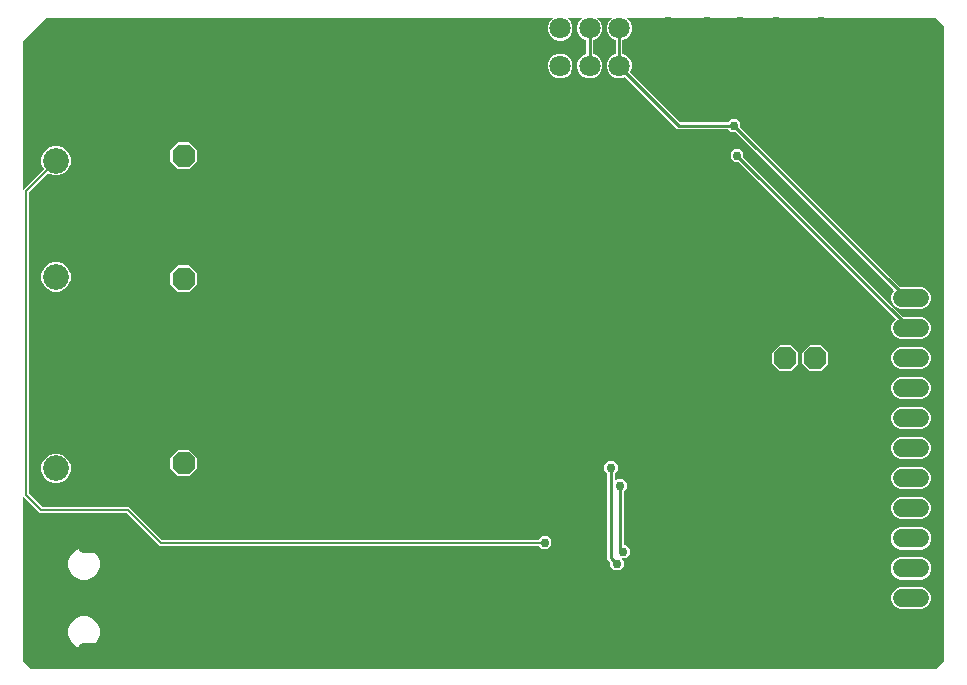
<source format=gbr>
G04 EAGLE Gerber RS-274X export*
G75*
%MOMM*%
%FSLAX34Y34*%
%LPD*%
%INBottom Copper*%
%IPPOS*%
%AMOC8*
5,1,8,0,0,1.08239X$1,22.5*%
G01*
%ADD10C,2.184400*%
%ADD11P,2.089446X8X22.500000*%
%ADD12P,2.089446X8X202.500000*%
%ADD13C,1.800000*%
%ADD14C,1.524000*%
%ADD15C,1.000000*%
%ADD16P,2.089446X8X292.500000*%
%ADD17C,0.756400*%
%ADD18C,0.508000*%
%ADD19C,0.200000*%
%ADD20C,0.254000*%

G36*
X783193Y10157D02*
X783193Y10157D01*
X783195Y10157D01*
X789943Y16905D01*
X789943Y16907D01*
X789944Y16907D01*
X789945Y16909D01*
X789945Y554591D01*
X789943Y554593D01*
X789943Y554595D01*
X783195Y561343D01*
X783193Y561343D01*
X783193Y561344D01*
X783191Y561345D01*
X520814Y561345D01*
X520812Y561344D01*
X520811Y561344D01*
X520810Y561342D01*
X520809Y561340D01*
X520810Y561339D01*
X520810Y561336D01*
X523738Y558409D01*
X525339Y554542D01*
X525339Y550358D01*
X523738Y546491D01*
X520779Y543532D01*
X517612Y542221D01*
X517611Y542217D01*
X517609Y542216D01*
X517609Y530684D01*
X517612Y530681D01*
X517612Y530679D01*
X520779Y529368D01*
X523738Y526409D01*
X525339Y522542D01*
X525339Y518358D01*
X524028Y515191D01*
X524028Y515190D01*
X524028Y515189D01*
X524029Y515189D01*
X524029Y515188D01*
X524029Y515186D01*
X566524Y472691D01*
X566526Y472690D01*
X566527Y472689D01*
X607430Y472689D01*
X607432Y472691D01*
X607434Y472691D01*
X609944Y475201D01*
X614336Y475201D01*
X617441Y472096D01*
X617441Y468545D01*
X617443Y468544D01*
X617443Y468542D01*
X752994Y332991D01*
X752996Y332990D01*
X752997Y332990D01*
X752997Y332989D01*
X771438Y332989D01*
X774797Y331598D01*
X777368Y329027D01*
X778759Y325668D01*
X778759Y322032D01*
X777368Y318673D01*
X774797Y316102D01*
X771438Y314711D01*
X752562Y314711D01*
X749203Y316102D01*
X746632Y318673D01*
X745241Y322032D01*
X745241Y325668D01*
X746632Y329027D01*
X747847Y330242D01*
X747847Y330248D01*
X747847Y330249D01*
X613498Y464597D01*
X613496Y464598D01*
X613495Y464599D01*
X609944Y464599D01*
X607434Y467109D01*
X607431Y467110D01*
X607430Y467111D01*
X564215Y467111D01*
X520084Y511241D01*
X520080Y511242D01*
X520079Y511242D01*
X516912Y509931D01*
X512728Y509931D01*
X508861Y511532D01*
X505902Y514491D01*
X504301Y518358D01*
X504301Y522542D01*
X505902Y526409D01*
X508861Y529368D01*
X512028Y530679D01*
X512029Y530683D01*
X512031Y530684D01*
X512031Y542216D01*
X512028Y542219D01*
X512028Y542221D01*
X508861Y543532D01*
X505902Y546491D01*
X504301Y550358D01*
X504301Y554542D01*
X505902Y558409D01*
X508830Y561336D01*
X508830Y561338D01*
X508831Y561339D01*
X508830Y561341D01*
X508830Y561343D01*
X508828Y561343D01*
X508826Y561345D01*
X495814Y561345D01*
X495812Y561344D01*
X495811Y561344D01*
X495810Y561342D01*
X495809Y561340D01*
X495810Y561339D01*
X495810Y561336D01*
X498738Y558409D01*
X500339Y554542D01*
X500339Y550358D01*
X498738Y546491D01*
X495779Y543532D01*
X492612Y542221D01*
X492611Y542217D01*
X492609Y542216D01*
X492609Y530684D01*
X492612Y530681D01*
X492612Y530679D01*
X495779Y529368D01*
X498738Y526409D01*
X500339Y522542D01*
X500339Y518358D01*
X498738Y514491D01*
X495779Y511532D01*
X491912Y509931D01*
X487728Y509931D01*
X483861Y511532D01*
X480902Y514491D01*
X479301Y518358D01*
X479301Y522542D01*
X480902Y526409D01*
X483861Y529368D01*
X487028Y530679D01*
X487029Y530683D01*
X487031Y530684D01*
X487031Y542216D01*
X487028Y542219D01*
X487028Y542221D01*
X483861Y543532D01*
X480902Y546491D01*
X479301Y550358D01*
X479301Y554542D01*
X480902Y558409D01*
X483830Y561336D01*
X483830Y561338D01*
X483831Y561339D01*
X483830Y561341D01*
X483830Y561343D01*
X483828Y561343D01*
X483826Y561345D01*
X470814Y561345D01*
X470812Y561344D01*
X470811Y561344D01*
X470810Y561342D01*
X470809Y561340D01*
X470810Y561339D01*
X470810Y561336D01*
X473738Y558409D01*
X475339Y554542D01*
X475339Y550358D01*
X473738Y546491D01*
X470779Y543532D01*
X466912Y541931D01*
X462728Y541931D01*
X458861Y543532D01*
X455902Y546491D01*
X454301Y550358D01*
X454301Y554542D01*
X455902Y558409D01*
X458830Y561336D01*
X458830Y561338D01*
X458831Y561339D01*
X458830Y561341D01*
X458830Y561343D01*
X458828Y561343D01*
X458826Y561345D01*
X29609Y561345D01*
X29607Y561343D01*
X29605Y561343D01*
X10157Y541895D01*
X10156Y541893D01*
X10155Y541892D01*
X10155Y541891D01*
X10155Y16909D01*
X10157Y16907D01*
X10157Y16905D01*
X16905Y10157D01*
X16907Y10156D01*
X16909Y10155D01*
X783191Y10155D01*
X783193Y10157D01*
G37*
%LPC*%
G36*
X449924Y111539D02*
X449924Y111539D01*
X447144Y114319D01*
X447141Y114319D01*
X447141Y114320D01*
X447140Y114321D01*
X125957Y114321D01*
X124479Y115798D01*
X98018Y142259D01*
X98016Y142260D01*
X98014Y142261D01*
X24357Y142261D01*
X11658Y154959D01*
X10181Y156437D01*
X10181Y415843D01*
X11658Y417321D01*
X27532Y433195D01*
X27532Y433198D01*
X27533Y433199D01*
X27533Y433200D01*
X25659Y437725D01*
X25659Y442675D01*
X27553Y447247D01*
X31053Y450747D01*
X35625Y452641D01*
X40575Y452641D01*
X45147Y450747D01*
X48647Y447247D01*
X50541Y442675D01*
X50541Y437725D01*
X48647Y433153D01*
X45147Y429653D01*
X40575Y427759D01*
X35625Y427759D01*
X31100Y429633D01*
X31097Y429632D01*
X31095Y429632D01*
X15221Y413758D01*
X15220Y413756D01*
X15219Y413754D01*
X15219Y158526D01*
X15221Y158524D01*
X15221Y158522D01*
X26442Y147301D01*
X26444Y147300D01*
X26446Y147299D01*
X100103Y147299D01*
X128042Y119361D01*
X128044Y119360D01*
X128046Y119359D01*
X447140Y119359D01*
X447142Y119361D01*
X447144Y119361D01*
X449924Y122141D01*
X454316Y122141D01*
X457421Y119036D01*
X457421Y114644D01*
X454316Y111539D01*
X449924Y111539D01*
G37*
%LPD*%
%LPC*%
G36*
X752562Y289311D02*
X752562Y289311D01*
X749203Y290702D01*
X746632Y293273D01*
X745241Y296632D01*
X745241Y300268D01*
X746632Y303627D01*
X749117Y306112D01*
X749117Y306118D01*
X749117Y306119D01*
X616038Y439197D01*
X616036Y439198D01*
X616035Y439199D01*
X612484Y439199D01*
X609379Y442304D01*
X609379Y446696D01*
X612484Y449801D01*
X616876Y449801D01*
X619981Y446696D01*
X619981Y443145D01*
X619983Y443144D01*
X619983Y443142D01*
X755534Y307591D01*
X755536Y307590D01*
X755537Y307590D01*
X755537Y307589D01*
X771438Y307589D01*
X774797Y306198D01*
X777368Y303627D01*
X778759Y300268D01*
X778759Y296632D01*
X777368Y293273D01*
X774797Y290702D01*
X771438Y289311D01*
X752562Y289311D01*
G37*
%LPD*%
%LPC*%
G36*
X510687Y93283D02*
X510687Y93283D01*
X507303Y96667D01*
X507303Y100217D01*
X507301Y100219D01*
X507301Y100221D01*
X504735Y102788D01*
X504735Y175433D01*
X504733Y175435D01*
X504733Y175436D01*
X502223Y177947D01*
X502223Y182733D01*
X505607Y186117D01*
X510393Y186117D01*
X513777Y182733D01*
X513777Y177947D01*
X511267Y175436D01*
X511266Y175434D01*
X511265Y175433D01*
X511265Y168927D01*
X511266Y168926D01*
X511266Y168924D01*
X511268Y168924D01*
X511270Y168922D01*
X511271Y168924D01*
X511274Y168924D01*
X513227Y170877D01*
X518013Y170877D01*
X521397Y167493D01*
X521397Y162707D01*
X518887Y160196D01*
X518886Y160194D01*
X518885Y160193D01*
X518885Y115002D01*
X518890Y114997D01*
X518890Y114998D01*
X518890Y114997D01*
X520553Y114997D01*
X523937Y111613D01*
X523937Y106827D01*
X520553Y103443D01*
X516879Y103443D01*
X516878Y103442D01*
X516876Y103442D01*
X516876Y103440D01*
X516874Y103438D01*
X516876Y103437D01*
X516876Y103434D01*
X518857Y101453D01*
X518857Y96667D01*
X515473Y93283D01*
X510687Y93283D01*
G37*
%LPD*%
%LPC*%
G36*
X752467Y111035D02*
X752467Y111035D01*
X748933Y112499D01*
X746229Y115203D01*
X744765Y118737D01*
X744765Y122563D01*
X746229Y126097D01*
X748933Y128801D01*
X752467Y130265D01*
X771533Y130265D01*
X775067Y128801D01*
X777771Y126097D01*
X779235Y122563D01*
X779235Y118737D01*
X777771Y115203D01*
X775067Y112499D01*
X771533Y111035D01*
X752467Y111035D01*
G37*
%LPD*%
%LPC*%
G36*
X752467Y85635D02*
X752467Y85635D01*
X748933Y87099D01*
X746229Y89803D01*
X744765Y93337D01*
X744765Y97163D01*
X746229Y100697D01*
X748933Y103401D01*
X752467Y104865D01*
X771533Y104865D01*
X775067Y103401D01*
X777771Y100697D01*
X779235Y97163D01*
X779235Y93337D01*
X777771Y89803D01*
X775067Y87099D01*
X771533Y85635D01*
X752467Y85635D01*
G37*
%LPD*%
%LPC*%
G36*
X59083Y85345D02*
X59083Y85345D01*
X54157Y87386D01*
X50386Y91157D01*
X48345Y96083D01*
X48345Y101417D01*
X50386Y106343D01*
X54157Y110114D01*
X59084Y112155D01*
X64416Y112155D01*
X69343Y110114D01*
X73114Y106343D01*
X75155Y101416D01*
X75155Y96084D01*
X73114Y91157D01*
X69343Y87386D01*
X64417Y85345D01*
X59083Y85345D01*
G37*
%LPD*%
%LPC*%
G36*
X59083Y27545D02*
X59083Y27545D01*
X54157Y29586D01*
X50386Y33357D01*
X48345Y38283D01*
X48345Y43617D01*
X50386Y48543D01*
X54157Y52314D01*
X59084Y54355D01*
X64416Y54355D01*
X69343Y52314D01*
X73114Y48543D01*
X75155Y43616D01*
X75155Y38284D01*
X73114Y33357D01*
X69343Y29586D01*
X64417Y27545D01*
X59083Y27545D01*
G37*
%LPD*%
%LPC*%
G36*
X752562Y263911D02*
X752562Y263911D01*
X749203Y265302D01*
X746632Y267873D01*
X745241Y271232D01*
X745241Y274868D01*
X746632Y278227D01*
X749203Y280798D01*
X752562Y282189D01*
X771438Y282189D01*
X774797Y280798D01*
X777368Y278227D01*
X778759Y274868D01*
X778759Y271232D01*
X777368Y267873D01*
X774797Y265302D01*
X771438Y263911D01*
X752562Y263911D01*
G37*
%LPD*%
%LPC*%
G36*
X752562Y238511D02*
X752562Y238511D01*
X749203Y239902D01*
X746632Y242473D01*
X745241Y245832D01*
X745241Y249468D01*
X746632Y252827D01*
X749203Y255398D01*
X752562Y256789D01*
X771438Y256789D01*
X774797Y255398D01*
X777368Y252827D01*
X778759Y249468D01*
X778759Y245832D01*
X777368Y242473D01*
X774797Y239902D01*
X771438Y238511D01*
X752562Y238511D01*
G37*
%LPD*%
%LPC*%
G36*
X752562Y213111D02*
X752562Y213111D01*
X749203Y214502D01*
X746632Y217073D01*
X745241Y220432D01*
X745241Y224068D01*
X746632Y227427D01*
X749203Y229998D01*
X752562Y231389D01*
X771438Y231389D01*
X774797Y229998D01*
X777368Y227427D01*
X778759Y224068D01*
X778759Y220432D01*
X777368Y217073D01*
X774797Y214502D01*
X771438Y213111D01*
X752562Y213111D01*
G37*
%LPD*%
%LPC*%
G36*
X752562Y187711D02*
X752562Y187711D01*
X749203Y189102D01*
X746632Y191673D01*
X745241Y195032D01*
X745241Y198668D01*
X746632Y202027D01*
X749203Y204598D01*
X752562Y205989D01*
X771438Y205989D01*
X774797Y204598D01*
X777368Y202027D01*
X778759Y198668D01*
X778759Y195032D01*
X777368Y191673D01*
X774797Y189102D01*
X771438Y187711D01*
X752562Y187711D01*
G37*
%LPD*%
%LPC*%
G36*
X752562Y162311D02*
X752562Y162311D01*
X749203Y163702D01*
X746632Y166273D01*
X745241Y169632D01*
X745241Y173268D01*
X746632Y176627D01*
X749203Y179198D01*
X752562Y180589D01*
X771438Y180589D01*
X774797Y179198D01*
X777368Y176627D01*
X778759Y173268D01*
X778759Y169632D01*
X777368Y166273D01*
X774797Y163702D01*
X771438Y162311D01*
X752562Y162311D01*
G37*
%LPD*%
%LPC*%
G36*
X752562Y60711D02*
X752562Y60711D01*
X749203Y62102D01*
X746632Y64673D01*
X745241Y68032D01*
X745241Y71668D01*
X746632Y75027D01*
X749203Y77598D01*
X752562Y78989D01*
X771438Y78989D01*
X774797Y77598D01*
X777368Y75027D01*
X778759Y71668D01*
X778759Y68032D01*
X777368Y64673D01*
X774797Y62102D01*
X771438Y60711D01*
X752562Y60711D01*
G37*
%LPD*%
%LPC*%
G36*
X752562Y136911D02*
X752562Y136911D01*
X749203Y138302D01*
X746632Y140873D01*
X745241Y144232D01*
X745241Y147868D01*
X746632Y151227D01*
X749203Y153798D01*
X752562Y155189D01*
X771438Y155189D01*
X774797Y153798D01*
X777368Y151227D01*
X778759Y147868D01*
X778759Y144232D01*
X777368Y140873D01*
X774797Y138302D01*
X771438Y136911D01*
X752562Y136911D01*
G37*
%LPD*%
%LPC*%
G36*
X35625Y329409D02*
X35625Y329409D01*
X31053Y331303D01*
X27553Y334803D01*
X25659Y339375D01*
X25659Y344325D01*
X27553Y348897D01*
X31053Y352397D01*
X35625Y354291D01*
X40575Y354291D01*
X45147Y352397D01*
X48647Y348897D01*
X50541Y344325D01*
X50541Y339375D01*
X48647Y334803D01*
X45147Y331303D01*
X40575Y329409D01*
X35625Y329409D01*
G37*
%LPD*%
%LPC*%
G36*
X35625Y167409D02*
X35625Y167409D01*
X31053Y169303D01*
X27553Y172803D01*
X25659Y177375D01*
X25659Y182325D01*
X27553Y186897D01*
X31053Y190397D01*
X35625Y192291D01*
X40575Y192291D01*
X45147Y190397D01*
X48647Y186897D01*
X50541Y182325D01*
X50541Y177375D01*
X48647Y172803D01*
X45147Y169303D01*
X40575Y167409D01*
X35625Y167409D01*
G37*
%LPD*%
%LPC*%
G36*
X141423Y433329D02*
X141423Y433329D01*
X134879Y439873D01*
X134879Y449127D01*
X141423Y455671D01*
X150677Y455671D01*
X157221Y449127D01*
X157221Y439873D01*
X150677Y433329D01*
X141423Y433329D01*
G37*
%LPD*%
%LPC*%
G36*
X141423Y329189D02*
X141423Y329189D01*
X134879Y335733D01*
X134879Y344987D01*
X141423Y351531D01*
X150677Y351531D01*
X157221Y344987D01*
X157221Y335733D01*
X150677Y329189D01*
X141423Y329189D01*
G37*
%LPD*%
%LPC*%
G36*
X676093Y261879D02*
X676093Y261879D01*
X669549Y268423D01*
X669549Y277677D01*
X676093Y284221D01*
X685347Y284221D01*
X691891Y277677D01*
X691891Y268423D01*
X685347Y261879D01*
X676093Y261879D01*
G37*
%LPD*%
%LPC*%
G36*
X650693Y261879D02*
X650693Y261879D01*
X644149Y268423D01*
X644149Y277677D01*
X650693Y284221D01*
X659947Y284221D01*
X666491Y277677D01*
X666491Y268423D01*
X659947Y261879D01*
X650693Y261879D01*
G37*
%LPD*%
%LPC*%
G36*
X141423Y172979D02*
X141423Y172979D01*
X134879Y179523D01*
X134879Y188777D01*
X141423Y195321D01*
X150677Y195321D01*
X157221Y188777D01*
X157221Y179523D01*
X150677Y172979D01*
X141423Y172979D01*
G37*
%LPD*%
%LPC*%
G36*
X462728Y509931D02*
X462728Y509931D01*
X458861Y511532D01*
X455902Y514491D01*
X454301Y518358D01*
X454301Y522542D01*
X455902Y526409D01*
X458861Y529368D01*
X462728Y530969D01*
X466912Y530969D01*
X470779Y529368D01*
X473738Y526409D01*
X475339Y522542D01*
X475339Y518358D01*
X473738Y514491D01*
X470779Y511532D01*
X466912Y509931D01*
X462728Y509931D01*
G37*
%LPD*%
D10*
X38100Y341850D03*
X38100Y306850D03*
D11*
X146050Y444500D03*
X146050Y469900D03*
D12*
X146050Y340360D03*
X146050Y314960D03*
D11*
X146050Y184150D03*
X146050Y209550D03*
D13*
X489820Y520450D03*
X489820Y552450D03*
X514820Y552450D03*
X464820Y552450D03*
X464820Y520450D03*
X514820Y520450D03*
D14*
X754380Y323850D02*
X769620Y323850D01*
X769620Y298450D02*
X754380Y298450D01*
X754380Y273050D02*
X769620Y273050D01*
X769620Y247650D02*
X754380Y247650D01*
X754380Y222250D02*
X769620Y222250D01*
X769620Y196850D02*
X754380Y196850D01*
X754380Y171450D02*
X769620Y171450D01*
X769620Y146050D02*
X754380Y146050D01*
X754380Y120650D02*
X769620Y120650D01*
X769620Y95250D02*
X754380Y95250D01*
X754380Y69850D02*
X769620Y69850D01*
X769620Y44450D02*
X754380Y44450D01*
D15*
X72550Y113050D02*
X61550Y113050D01*
X61550Y26650D02*
X72550Y26650D01*
X28250Y113050D02*
X22250Y113050D01*
X22250Y26650D02*
X28250Y26650D01*
D10*
X38100Y475200D03*
X38100Y440200D03*
X38100Y214850D03*
X38100Y179850D03*
D16*
X655320Y273050D03*
X680720Y273050D03*
D17*
X629920Y525780D03*
X411480Y518160D03*
X137160Y91440D03*
D18*
X137160Y43180D01*
X132080Y38100D02*
X129540Y38100D01*
D17*
X129540Y38100D03*
D18*
X132080Y38100D02*
X137160Y43180D01*
D17*
X132080Y497840D03*
X474980Y378460D03*
X474980Y363220D03*
X474980Y342900D03*
X490220Y332740D03*
X510540Y332740D03*
X515620Y353060D03*
X518160Y373380D03*
X495300Y391160D03*
X497840Y363220D03*
X508000Y223520D03*
X508000Y243840D03*
X485140Y254000D03*
X462280Y256540D03*
X459740Y223520D03*
X459740Y203200D03*
X490220Y203200D03*
X424180Y393700D03*
X424180Y337820D03*
X424180Y266700D03*
X426720Y190500D03*
X556260Y167640D03*
X553720Y254000D03*
X551180Y345440D03*
X548640Y416560D03*
X426720Y472440D03*
X480060Y477520D03*
X528320Y477520D03*
X35560Y259080D03*
X81280Y261620D03*
X127000Y261620D03*
X165100Y264160D03*
X226060Y312420D03*
X223520Y289560D03*
X228600Y256540D03*
X220980Y223520D03*
X292100Y302260D03*
X289560Y271780D03*
X292100Y236220D03*
X292100Y215900D03*
X314960Y264160D03*
X347980Y264160D03*
X325120Y231140D03*
X347980Y231140D03*
X414020Y243840D03*
X414020Y218440D03*
X60960Y218440D03*
X119380Y215900D03*
X170180Y215900D03*
X190500Y215900D03*
X71120Y474980D03*
X116840Y477520D03*
X172720Y474980D03*
X218440Y474980D03*
X246380Y474980D03*
X281940Y477520D03*
X304800Y490220D03*
X327660Y490220D03*
X347980Y490220D03*
X370840Y490220D03*
X187960Y309880D03*
X114300Y309880D03*
X33020Y88900D03*
X33020Y48260D03*
X111760Y63500D03*
X152400Y63500D03*
X187960Y60960D03*
X236220Y60960D03*
X276860Y63500D03*
X312420Y60960D03*
X368300Y63500D03*
X396240Y78740D03*
X416560Y96520D03*
X154940Y91440D03*
X200660Y93980D03*
X238760Y93980D03*
X287020Y91440D03*
X335280Y99060D03*
X421640Y167640D03*
X398780Y134620D03*
X370840Y127000D03*
X317500Y127000D03*
X271780Y127000D03*
X233680Y127000D03*
X129540Y139700D03*
X167640Y139700D03*
X203200Y139700D03*
X464820Y154940D03*
X441960Y134620D03*
X546100Y137160D03*
X574040Y139700D03*
X622300Y134620D03*
X660400Y132080D03*
X688340Y132080D03*
X683260Y86360D03*
X647700Y86360D03*
X607060Y83820D03*
X571500Y86360D03*
X541020Y86360D03*
X497840Y101600D03*
X508000Y83820D03*
X474980Y132080D03*
X447040Y91440D03*
X474980Y60960D03*
X551180Y58420D03*
X609600Y58420D03*
X660400Y58420D03*
X706120Y58420D03*
X622300Y396240D03*
X622300Y378460D03*
X637540Y403860D03*
X637540Y386080D03*
X629920Y508000D03*
X629920Y477520D03*
X698500Y464820D03*
X734060Y464820D03*
X556260Y558800D03*
X589280Y558800D03*
X617220Y558800D03*
X647700Y558800D03*
X685800Y558800D03*
X711200Y556260D03*
X228600Y528320D03*
X226060Y505460D03*
X284480Y533400D03*
X281940Y500380D03*
X241300Y543560D03*
X266700Y543560D03*
X50800Y543560D03*
X116840Y548640D03*
X187960Y546100D03*
X327660Y548640D03*
X388620Y546100D03*
X20320Y533400D03*
X63500Y312420D03*
X63500Y287020D03*
X63500Y261620D03*
X86360Y132080D03*
X40640Y134620D03*
X355600Y393700D03*
X355600Y368300D03*
X454660Y431800D03*
X543560Y200660D03*
X452120Y116840D03*
D19*
X127000Y116840D01*
X99060Y144780D02*
X25400Y144780D01*
X12700Y157480D01*
X12700Y414800D02*
X38100Y440200D01*
X99060Y144780D02*
X127000Y116840D01*
X12700Y157480D02*
X12700Y414800D01*
D17*
X612140Y469900D03*
D20*
X758190Y323850D02*
X762000Y323850D01*
X758190Y323850D02*
X612140Y469900D01*
X565370Y469900D01*
X514820Y520450D01*
X514820Y552450D01*
D17*
X614680Y444500D03*
D20*
X760730Y298450D01*
X762000Y298450D01*
D17*
X515620Y165100D03*
D20*
X515620Y111760D01*
D17*
X518160Y109220D03*
D20*
X515620Y111760D01*
D17*
X508000Y180340D03*
D20*
X508000Y104140D01*
X513080Y99060D01*
D17*
X513080Y99060D03*
D20*
X489820Y520450D02*
X489820Y552450D01*
M02*

</source>
